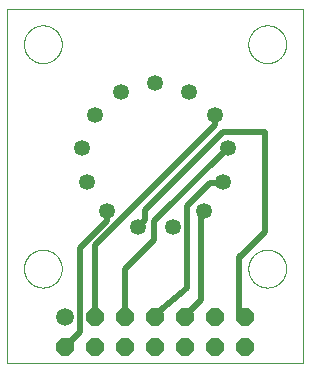
<source format=gbl>
G75*
%MOIN*%
%OFA0B0*%
%FSLAX25Y25*%
%IPPOS*%
%LPD*%
%AMOC8*
5,1,8,0,0,1.08239X$1,22.5*
%
%ADD10C,0.00000*%
%ADD11C,0.05307*%
%ADD12C,0.05937*%
%ADD13OC8,0.05937*%
%ADD14C,0.02000*%
D10*
X0001000Y0010264D02*
X0001000Y0128374D01*
X0099425Y0128374D01*
X0099425Y0010264D01*
X0001000Y0010264D01*
X0006512Y0041760D02*
X0006514Y0041918D01*
X0006520Y0042076D01*
X0006530Y0042234D01*
X0006544Y0042392D01*
X0006562Y0042549D01*
X0006583Y0042706D01*
X0006609Y0042862D01*
X0006639Y0043018D01*
X0006672Y0043173D01*
X0006710Y0043326D01*
X0006751Y0043479D01*
X0006796Y0043631D01*
X0006845Y0043782D01*
X0006898Y0043931D01*
X0006954Y0044079D01*
X0007014Y0044225D01*
X0007078Y0044370D01*
X0007146Y0044513D01*
X0007217Y0044655D01*
X0007291Y0044795D01*
X0007369Y0044932D01*
X0007451Y0045068D01*
X0007535Y0045202D01*
X0007624Y0045333D01*
X0007715Y0045462D01*
X0007810Y0045589D01*
X0007907Y0045714D01*
X0008008Y0045836D01*
X0008112Y0045955D01*
X0008219Y0046072D01*
X0008329Y0046186D01*
X0008442Y0046297D01*
X0008557Y0046406D01*
X0008675Y0046511D01*
X0008796Y0046613D01*
X0008919Y0046713D01*
X0009045Y0046809D01*
X0009173Y0046902D01*
X0009303Y0046992D01*
X0009436Y0047078D01*
X0009571Y0047162D01*
X0009707Y0047241D01*
X0009846Y0047318D01*
X0009987Y0047390D01*
X0010129Y0047460D01*
X0010273Y0047525D01*
X0010419Y0047587D01*
X0010566Y0047645D01*
X0010715Y0047700D01*
X0010865Y0047751D01*
X0011016Y0047798D01*
X0011168Y0047841D01*
X0011321Y0047880D01*
X0011476Y0047916D01*
X0011631Y0047947D01*
X0011787Y0047975D01*
X0011943Y0047999D01*
X0012100Y0048019D01*
X0012258Y0048035D01*
X0012415Y0048047D01*
X0012574Y0048055D01*
X0012732Y0048059D01*
X0012890Y0048059D01*
X0013048Y0048055D01*
X0013207Y0048047D01*
X0013364Y0048035D01*
X0013522Y0048019D01*
X0013679Y0047999D01*
X0013835Y0047975D01*
X0013991Y0047947D01*
X0014146Y0047916D01*
X0014301Y0047880D01*
X0014454Y0047841D01*
X0014606Y0047798D01*
X0014757Y0047751D01*
X0014907Y0047700D01*
X0015056Y0047645D01*
X0015203Y0047587D01*
X0015349Y0047525D01*
X0015493Y0047460D01*
X0015635Y0047390D01*
X0015776Y0047318D01*
X0015915Y0047241D01*
X0016051Y0047162D01*
X0016186Y0047078D01*
X0016319Y0046992D01*
X0016449Y0046902D01*
X0016577Y0046809D01*
X0016703Y0046713D01*
X0016826Y0046613D01*
X0016947Y0046511D01*
X0017065Y0046406D01*
X0017180Y0046297D01*
X0017293Y0046186D01*
X0017403Y0046072D01*
X0017510Y0045955D01*
X0017614Y0045836D01*
X0017715Y0045714D01*
X0017812Y0045589D01*
X0017907Y0045462D01*
X0017998Y0045333D01*
X0018087Y0045202D01*
X0018171Y0045068D01*
X0018253Y0044932D01*
X0018331Y0044795D01*
X0018405Y0044655D01*
X0018476Y0044513D01*
X0018544Y0044370D01*
X0018608Y0044225D01*
X0018668Y0044079D01*
X0018724Y0043931D01*
X0018777Y0043782D01*
X0018826Y0043631D01*
X0018871Y0043479D01*
X0018912Y0043326D01*
X0018950Y0043173D01*
X0018983Y0043018D01*
X0019013Y0042862D01*
X0019039Y0042706D01*
X0019060Y0042549D01*
X0019078Y0042392D01*
X0019092Y0042234D01*
X0019102Y0042076D01*
X0019108Y0041918D01*
X0019110Y0041760D01*
X0019108Y0041602D01*
X0019102Y0041444D01*
X0019092Y0041286D01*
X0019078Y0041128D01*
X0019060Y0040971D01*
X0019039Y0040814D01*
X0019013Y0040658D01*
X0018983Y0040502D01*
X0018950Y0040347D01*
X0018912Y0040194D01*
X0018871Y0040041D01*
X0018826Y0039889D01*
X0018777Y0039738D01*
X0018724Y0039589D01*
X0018668Y0039441D01*
X0018608Y0039295D01*
X0018544Y0039150D01*
X0018476Y0039007D01*
X0018405Y0038865D01*
X0018331Y0038725D01*
X0018253Y0038588D01*
X0018171Y0038452D01*
X0018087Y0038318D01*
X0017998Y0038187D01*
X0017907Y0038058D01*
X0017812Y0037931D01*
X0017715Y0037806D01*
X0017614Y0037684D01*
X0017510Y0037565D01*
X0017403Y0037448D01*
X0017293Y0037334D01*
X0017180Y0037223D01*
X0017065Y0037114D01*
X0016947Y0037009D01*
X0016826Y0036907D01*
X0016703Y0036807D01*
X0016577Y0036711D01*
X0016449Y0036618D01*
X0016319Y0036528D01*
X0016186Y0036442D01*
X0016051Y0036358D01*
X0015915Y0036279D01*
X0015776Y0036202D01*
X0015635Y0036130D01*
X0015493Y0036060D01*
X0015349Y0035995D01*
X0015203Y0035933D01*
X0015056Y0035875D01*
X0014907Y0035820D01*
X0014757Y0035769D01*
X0014606Y0035722D01*
X0014454Y0035679D01*
X0014301Y0035640D01*
X0014146Y0035604D01*
X0013991Y0035573D01*
X0013835Y0035545D01*
X0013679Y0035521D01*
X0013522Y0035501D01*
X0013364Y0035485D01*
X0013207Y0035473D01*
X0013048Y0035465D01*
X0012890Y0035461D01*
X0012732Y0035461D01*
X0012574Y0035465D01*
X0012415Y0035473D01*
X0012258Y0035485D01*
X0012100Y0035501D01*
X0011943Y0035521D01*
X0011787Y0035545D01*
X0011631Y0035573D01*
X0011476Y0035604D01*
X0011321Y0035640D01*
X0011168Y0035679D01*
X0011016Y0035722D01*
X0010865Y0035769D01*
X0010715Y0035820D01*
X0010566Y0035875D01*
X0010419Y0035933D01*
X0010273Y0035995D01*
X0010129Y0036060D01*
X0009987Y0036130D01*
X0009846Y0036202D01*
X0009707Y0036279D01*
X0009571Y0036358D01*
X0009436Y0036442D01*
X0009303Y0036528D01*
X0009173Y0036618D01*
X0009045Y0036711D01*
X0008919Y0036807D01*
X0008796Y0036907D01*
X0008675Y0037009D01*
X0008557Y0037114D01*
X0008442Y0037223D01*
X0008329Y0037334D01*
X0008219Y0037448D01*
X0008112Y0037565D01*
X0008008Y0037684D01*
X0007907Y0037806D01*
X0007810Y0037931D01*
X0007715Y0038058D01*
X0007624Y0038187D01*
X0007535Y0038318D01*
X0007451Y0038452D01*
X0007369Y0038588D01*
X0007291Y0038725D01*
X0007217Y0038865D01*
X0007146Y0039007D01*
X0007078Y0039150D01*
X0007014Y0039295D01*
X0006954Y0039441D01*
X0006898Y0039589D01*
X0006845Y0039738D01*
X0006796Y0039889D01*
X0006751Y0040041D01*
X0006710Y0040194D01*
X0006672Y0040347D01*
X0006639Y0040502D01*
X0006609Y0040658D01*
X0006583Y0040814D01*
X0006562Y0040971D01*
X0006544Y0041128D01*
X0006530Y0041286D01*
X0006520Y0041444D01*
X0006514Y0041602D01*
X0006512Y0041760D01*
X0006512Y0116563D02*
X0006514Y0116721D01*
X0006520Y0116879D01*
X0006530Y0117037D01*
X0006544Y0117195D01*
X0006562Y0117352D01*
X0006583Y0117509D01*
X0006609Y0117665D01*
X0006639Y0117821D01*
X0006672Y0117976D01*
X0006710Y0118129D01*
X0006751Y0118282D01*
X0006796Y0118434D01*
X0006845Y0118585D01*
X0006898Y0118734D01*
X0006954Y0118882D01*
X0007014Y0119028D01*
X0007078Y0119173D01*
X0007146Y0119316D01*
X0007217Y0119458D01*
X0007291Y0119598D01*
X0007369Y0119735D01*
X0007451Y0119871D01*
X0007535Y0120005D01*
X0007624Y0120136D01*
X0007715Y0120265D01*
X0007810Y0120392D01*
X0007907Y0120517D01*
X0008008Y0120639D01*
X0008112Y0120758D01*
X0008219Y0120875D01*
X0008329Y0120989D01*
X0008442Y0121100D01*
X0008557Y0121209D01*
X0008675Y0121314D01*
X0008796Y0121416D01*
X0008919Y0121516D01*
X0009045Y0121612D01*
X0009173Y0121705D01*
X0009303Y0121795D01*
X0009436Y0121881D01*
X0009571Y0121965D01*
X0009707Y0122044D01*
X0009846Y0122121D01*
X0009987Y0122193D01*
X0010129Y0122263D01*
X0010273Y0122328D01*
X0010419Y0122390D01*
X0010566Y0122448D01*
X0010715Y0122503D01*
X0010865Y0122554D01*
X0011016Y0122601D01*
X0011168Y0122644D01*
X0011321Y0122683D01*
X0011476Y0122719D01*
X0011631Y0122750D01*
X0011787Y0122778D01*
X0011943Y0122802D01*
X0012100Y0122822D01*
X0012258Y0122838D01*
X0012415Y0122850D01*
X0012574Y0122858D01*
X0012732Y0122862D01*
X0012890Y0122862D01*
X0013048Y0122858D01*
X0013207Y0122850D01*
X0013364Y0122838D01*
X0013522Y0122822D01*
X0013679Y0122802D01*
X0013835Y0122778D01*
X0013991Y0122750D01*
X0014146Y0122719D01*
X0014301Y0122683D01*
X0014454Y0122644D01*
X0014606Y0122601D01*
X0014757Y0122554D01*
X0014907Y0122503D01*
X0015056Y0122448D01*
X0015203Y0122390D01*
X0015349Y0122328D01*
X0015493Y0122263D01*
X0015635Y0122193D01*
X0015776Y0122121D01*
X0015915Y0122044D01*
X0016051Y0121965D01*
X0016186Y0121881D01*
X0016319Y0121795D01*
X0016449Y0121705D01*
X0016577Y0121612D01*
X0016703Y0121516D01*
X0016826Y0121416D01*
X0016947Y0121314D01*
X0017065Y0121209D01*
X0017180Y0121100D01*
X0017293Y0120989D01*
X0017403Y0120875D01*
X0017510Y0120758D01*
X0017614Y0120639D01*
X0017715Y0120517D01*
X0017812Y0120392D01*
X0017907Y0120265D01*
X0017998Y0120136D01*
X0018087Y0120005D01*
X0018171Y0119871D01*
X0018253Y0119735D01*
X0018331Y0119598D01*
X0018405Y0119458D01*
X0018476Y0119316D01*
X0018544Y0119173D01*
X0018608Y0119028D01*
X0018668Y0118882D01*
X0018724Y0118734D01*
X0018777Y0118585D01*
X0018826Y0118434D01*
X0018871Y0118282D01*
X0018912Y0118129D01*
X0018950Y0117976D01*
X0018983Y0117821D01*
X0019013Y0117665D01*
X0019039Y0117509D01*
X0019060Y0117352D01*
X0019078Y0117195D01*
X0019092Y0117037D01*
X0019102Y0116879D01*
X0019108Y0116721D01*
X0019110Y0116563D01*
X0019108Y0116405D01*
X0019102Y0116247D01*
X0019092Y0116089D01*
X0019078Y0115931D01*
X0019060Y0115774D01*
X0019039Y0115617D01*
X0019013Y0115461D01*
X0018983Y0115305D01*
X0018950Y0115150D01*
X0018912Y0114997D01*
X0018871Y0114844D01*
X0018826Y0114692D01*
X0018777Y0114541D01*
X0018724Y0114392D01*
X0018668Y0114244D01*
X0018608Y0114098D01*
X0018544Y0113953D01*
X0018476Y0113810D01*
X0018405Y0113668D01*
X0018331Y0113528D01*
X0018253Y0113391D01*
X0018171Y0113255D01*
X0018087Y0113121D01*
X0017998Y0112990D01*
X0017907Y0112861D01*
X0017812Y0112734D01*
X0017715Y0112609D01*
X0017614Y0112487D01*
X0017510Y0112368D01*
X0017403Y0112251D01*
X0017293Y0112137D01*
X0017180Y0112026D01*
X0017065Y0111917D01*
X0016947Y0111812D01*
X0016826Y0111710D01*
X0016703Y0111610D01*
X0016577Y0111514D01*
X0016449Y0111421D01*
X0016319Y0111331D01*
X0016186Y0111245D01*
X0016051Y0111161D01*
X0015915Y0111082D01*
X0015776Y0111005D01*
X0015635Y0110933D01*
X0015493Y0110863D01*
X0015349Y0110798D01*
X0015203Y0110736D01*
X0015056Y0110678D01*
X0014907Y0110623D01*
X0014757Y0110572D01*
X0014606Y0110525D01*
X0014454Y0110482D01*
X0014301Y0110443D01*
X0014146Y0110407D01*
X0013991Y0110376D01*
X0013835Y0110348D01*
X0013679Y0110324D01*
X0013522Y0110304D01*
X0013364Y0110288D01*
X0013207Y0110276D01*
X0013048Y0110268D01*
X0012890Y0110264D01*
X0012732Y0110264D01*
X0012574Y0110268D01*
X0012415Y0110276D01*
X0012258Y0110288D01*
X0012100Y0110304D01*
X0011943Y0110324D01*
X0011787Y0110348D01*
X0011631Y0110376D01*
X0011476Y0110407D01*
X0011321Y0110443D01*
X0011168Y0110482D01*
X0011016Y0110525D01*
X0010865Y0110572D01*
X0010715Y0110623D01*
X0010566Y0110678D01*
X0010419Y0110736D01*
X0010273Y0110798D01*
X0010129Y0110863D01*
X0009987Y0110933D01*
X0009846Y0111005D01*
X0009707Y0111082D01*
X0009571Y0111161D01*
X0009436Y0111245D01*
X0009303Y0111331D01*
X0009173Y0111421D01*
X0009045Y0111514D01*
X0008919Y0111610D01*
X0008796Y0111710D01*
X0008675Y0111812D01*
X0008557Y0111917D01*
X0008442Y0112026D01*
X0008329Y0112137D01*
X0008219Y0112251D01*
X0008112Y0112368D01*
X0008008Y0112487D01*
X0007907Y0112609D01*
X0007810Y0112734D01*
X0007715Y0112861D01*
X0007624Y0112990D01*
X0007535Y0113121D01*
X0007451Y0113255D01*
X0007369Y0113391D01*
X0007291Y0113528D01*
X0007217Y0113668D01*
X0007146Y0113810D01*
X0007078Y0113953D01*
X0007014Y0114098D01*
X0006954Y0114244D01*
X0006898Y0114392D01*
X0006845Y0114541D01*
X0006796Y0114692D01*
X0006751Y0114844D01*
X0006710Y0114997D01*
X0006672Y0115150D01*
X0006639Y0115305D01*
X0006609Y0115461D01*
X0006583Y0115617D01*
X0006562Y0115774D01*
X0006544Y0115931D01*
X0006530Y0116089D01*
X0006520Y0116247D01*
X0006514Y0116405D01*
X0006512Y0116563D01*
X0081315Y0116563D02*
X0081317Y0116721D01*
X0081323Y0116879D01*
X0081333Y0117037D01*
X0081347Y0117195D01*
X0081365Y0117352D01*
X0081386Y0117509D01*
X0081412Y0117665D01*
X0081442Y0117821D01*
X0081475Y0117976D01*
X0081513Y0118129D01*
X0081554Y0118282D01*
X0081599Y0118434D01*
X0081648Y0118585D01*
X0081701Y0118734D01*
X0081757Y0118882D01*
X0081817Y0119028D01*
X0081881Y0119173D01*
X0081949Y0119316D01*
X0082020Y0119458D01*
X0082094Y0119598D01*
X0082172Y0119735D01*
X0082254Y0119871D01*
X0082338Y0120005D01*
X0082427Y0120136D01*
X0082518Y0120265D01*
X0082613Y0120392D01*
X0082710Y0120517D01*
X0082811Y0120639D01*
X0082915Y0120758D01*
X0083022Y0120875D01*
X0083132Y0120989D01*
X0083245Y0121100D01*
X0083360Y0121209D01*
X0083478Y0121314D01*
X0083599Y0121416D01*
X0083722Y0121516D01*
X0083848Y0121612D01*
X0083976Y0121705D01*
X0084106Y0121795D01*
X0084239Y0121881D01*
X0084374Y0121965D01*
X0084510Y0122044D01*
X0084649Y0122121D01*
X0084790Y0122193D01*
X0084932Y0122263D01*
X0085076Y0122328D01*
X0085222Y0122390D01*
X0085369Y0122448D01*
X0085518Y0122503D01*
X0085668Y0122554D01*
X0085819Y0122601D01*
X0085971Y0122644D01*
X0086124Y0122683D01*
X0086279Y0122719D01*
X0086434Y0122750D01*
X0086590Y0122778D01*
X0086746Y0122802D01*
X0086903Y0122822D01*
X0087061Y0122838D01*
X0087218Y0122850D01*
X0087377Y0122858D01*
X0087535Y0122862D01*
X0087693Y0122862D01*
X0087851Y0122858D01*
X0088010Y0122850D01*
X0088167Y0122838D01*
X0088325Y0122822D01*
X0088482Y0122802D01*
X0088638Y0122778D01*
X0088794Y0122750D01*
X0088949Y0122719D01*
X0089104Y0122683D01*
X0089257Y0122644D01*
X0089409Y0122601D01*
X0089560Y0122554D01*
X0089710Y0122503D01*
X0089859Y0122448D01*
X0090006Y0122390D01*
X0090152Y0122328D01*
X0090296Y0122263D01*
X0090438Y0122193D01*
X0090579Y0122121D01*
X0090718Y0122044D01*
X0090854Y0121965D01*
X0090989Y0121881D01*
X0091122Y0121795D01*
X0091252Y0121705D01*
X0091380Y0121612D01*
X0091506Y0121516D01*
X0091629Y0121416D01*
X0091750Y0121314D01*
X0091868Y0121209D01*
X0091983Y0121100D01*
X0092096Y0120989D01*
X0092206Y0120875D01*
X0092313Y0120758D01*
X0092417Y0120639D01*
X0092518Y0120517D01*
X0092615Y0120392D01*
X0092710Y0120265D01*
X0092801Y0120136D01*
X0092890Y0120005D01*
X0092974Y0119871D01*
X0093056Y0119735D01*
X0093134Y0119598D01*
X0093208Y0119458D01*
X0093279Y0119316D01*
X0093347Y0119173D01*
X0093411Y0119028D01*
X0093471Y0118882D01*
X0093527Y0118734D01*
X0093580Y0118585D01*
X0093629Y0118434D01*
X0093674Y0118282D01*
X0093715Y0118129D01*
X0093753Y0117976D01*
X0093786Y0117821D01*
X0093816Y0117665D01*
X0093842Y0117509D01*
X0093863Y0117352D01*
X0093881Y0117195D01*
X0093895Y0117037D01*
X0093905Y0116879D01*
X0093911Y0116721D01*
X0093913Y0116563D01*
X0093911Y0116405D01*
X0093905Y0116247D01*
X0093895Y0116089D01*
X0093881Y0115931D01*
X0093863Y0115774D01*
X0093842Y0115617D01*
X0093816Y0115461D01*
X0093786Y0115305D01*
X0093753Y0115150D01*
X0093715Y0114997D01*
X0093674Y0114844D01*
X0093629Y0114692D01*
X0093580Y0114541D01*
X0093527Y0114392D01*
X0093471Y0114244D01*
X0093411Y0114098D01*
X0093347Y0113953D01*
X0093279Y0113810D01*
X0093208Y0113668D01*
X0093134Y0113528D01*
X0093056Y0113391D01*
X0092974Y0113255D01*
X0092890Y0113121D01*
X0092801Y0112990D01*
X0092710Y0112861D01*
X0092615Y0112734D01*
X0092518Y0112609D01*
X0092417Y0112487D01*
X0092313Y0112368D01*
X0092206Y0112251D01*
X0092096Y0112137D01*
X0091983Y0112026D01*
X0091868Y0111917D01*
X0091750Y0111812D01*
X0091629Y0111710D01*
X0091506Y0111610D01*
X0091380Y0111514D01*
X0091252Y0111421D01*
X0091122Y0111331D01*
X0090989Y0111245D01*
X0090854Y0111161D01*
X0090718Y0111082D01*
X0090579Y0111005D01*
X0090438Y0110933D01*
X0090296Y0110863D01*
X0090152Y0110798D01*
X0090006Y0110736D01*
X0089859Y0110678D01*
X0089710Y0110623D01*
X0089560Y0110572D01*
X0089409Y0110525D01*
X0089257Y0110482D01*
X0089104Y0110443D01*
X0088949Y0110407D01*
X0088794Y0110376D01*
X0088638Y0110348D01*
X0088482Y0110324D01*
X0088325Y0110304D01*
X0088167Y0110288D01*
X0088010Y0110276D01*
X0087851Y0110268D01*
X0087693Y0110264D01*
X0087535Y0110264D01*
X0087377Y0110268D01*
X0087218Y0110276D01*
X0087061Y0110288D01*
X0086903Y0110304D01*
X0086746Y0110324D01*
X0086590Y0110348D01*
X0086434Y0110376D01*
X0086279Y0110407D01*
X0086124Y0110443D01*
X0085971Y0110482D01*
X0085819Y0110525D01*
X0085668Y0110572D01*
X0085518Y0110623D01*
X0085369Y0110678D01*
X0085222Y0110736D01*
X0085076Y0110798D01*
X0084932Y0110863D01*
X0084790Y0110933D01*
X0084649Y0111005D01*
X0084510Y0111082D01*
X0084374Y0111161D01*
X0084239Y0111245D01*
X0084106Y0111331D01*
X0083976Y0111421D01*
X0083848Y0111514D01*
X0083722Y0111610D01*
X0083599Y0111710D01*
X0083478Y0111812D01*
X0083360Y0111917D01*
X0083245Y0112026D01*
X0083132Y0112137D01*
X0083022Y0112251D01*
X0082915Y0112368D01*
X0082811Y0112487D01*
X0082710Y0112609D01*
X0082613Y0112734D01*
X0082518Y0112861D01*
X0082427Y0112990D01*
X0082338Y0113121D01*
X0082254Y0113255D01*
X0082172Y0113391D01*
X0082094Y0113528D01*
X0082020Y0113668D01*
X0081949Y0113810D01*
X0081881Y0113953D01*
X0081817Y0114098D01*
X0081757Y0114244D01*
X0081701Y0114392D01*
X0081648Y0114541D01*
X0081599Y0114692D01*
X0081554Y0114844D01*
X0081513Y0114997D01*
X0081475Y0115150D01*
X0081442Y0115305D01*
X0081412Y0115461D01*
X0081386Y0115617D01*
X0081365Y0115774D01*
X0081347Y0115931D01*
X0081333Y0116089D01*
X0081323Y0116247D01*
X0081317Y0116405D01*
X0081315Y0116563D01*
X0081315Y0041760D02*
X0081317Y0041918D01*
X0081323Y0042076D01*
X0081333Y0042234D01*
X0081347Y0042392D01*
X0081365Y0042549D01*
X0081386Y0042706D01*
X0081412Y0042862D01*
X0081442Y0043018D01*
X0081475Y0043173D01*
X0081513Y0043326D01*
X0081554Y0043479D01*
X0081599Y0043631D01*
X0081648Y0043782D01*
X0081701Y0043931D01*
X0081757Y0044079D01*
X0081817Y0044225D01*
X0081881Y0044370D01*
X0081949Y0044513D01*
X0082020Y0044655D01*
X0082094Y0044795D01*
X0082172Y0044932D01*
X0082254Y0045068D01*
X0082338Y0045202D01*
X0082427Y0045333D01*
X0082518Y0045462D01*
X0082613Y0045589D01*
X0082710Y0045714D01*
X0082811Y0045836D01*
X0082915Y0045955D01*
X0083022Y0046072D01*
X0083132Y0046186D01*
X0083245Y0046297D01*
X0083360Y0046406D01*
X0083478Y0046511D01*
X0083599Y0046613D01*
X0083722Y0046713D01*
X0083848Y0046809D01*
X0083976Y0046902D01*
X0084106Y0046992D01*
X0084239Y0047078D01*
X0084374Y0047162D01*
X0084510Y0047241D01*
X0084649Y0047318D01*
X0084790Y0047390D01*
X0084932Y0047460D01*
X0085076Y0047525D01*
X0085222Y0047587D01*
X0085369Y0047645D01*
X0085518Y0047700D01*
X0085668Y0047751D01*
X0085819Y0047798D01*
X0085971Y0047841D01*
X0086124Y0047880D01*
X0086279Y0047916D01*
X0086434Y0047947D01*
X0086590Y0047975D01*
X0086746Y0047999D01*
X0086903Y0048019D01*
X0087061Y0048035D01*
X0087218Y0048047D01*
X0087377Y0048055D01*
X0087535Y0048059D01*
X0087693Y0048059D01*
X0087851Y0048055D01*
X0088010Y0048047D01*
X0088167Y0048035D01*
X0088325Y0048019D01*
X0088482Y0047999D01*
X0088638Y0047975D01*
X0088794Y0047947D01*
X0088949Y0047916D01*
X0089104Y0047880D01*
X0089257Y0047841D01*
X0089409Y0047798D01*
X0089560Y0047751D01*
X0089710Y0047700D01*
X0089859Y0047645D01*
X0090006Y0047587D01*
X0090152Y0047525D01*
X0090296Y0047460D01*
X0090438Y0047390D01*
X0090579Y0047318D01*
X0090718Y0047241D01*
X0090854Y0047162D01*
X0090989Y0047078D01*
X0091122Y0046992D01*
X0091252Y0046902D01*
X0091380Y0046809D01*
X0091506Y0046713D01*
X0091629Y0046613D01*
X0091750Y0046511D01*
X0091868Y0046406D01*
X0091983Y0046297D01*
X0092096Y0046186D01*
X0092206Y0046072D01*
X0092313Y0045955D01*
X0092417Y0045836D01*
X0092518Y0045714D01*
X0092615Y0045589D01*
X0092710Y0045462D01*
X0092801Y0045333D01*
X0092890Y0045202D01*
X0092974Y0045068D01*
X0093056Y0044932D01*
X0093134Y0044795D01*
X0093208Y0044655D01*
X0093279Y0044513D01*
X0093347Y0044370D01*
X0093411Y0044225D01*
X0093471Y0044079D01*
X0093527Y0043931D01*
X0093580Y0043782D01*
X0093629Y0043631D01*
X0093674Y0043479D01*
X0093715Y0043326D01*
X0093753Y0043173D01*
X0093786Y0043018D01*
X0093816Y0042862D01*
X0093842Y0042706D01*
X0093863Y0042549D01*
X0093881Y0042392D01*
X0093895Y0042234D01*
X0093905Y0042076D01*
X0093911Y0041918D01*
X0093913Y0041760D01*
X0093911Y0041602D01*
X0093905Y0041444D01*
X0093895Y0041286D01*
X0093881Y0041128D01*
X0093863Y0040971D01*
X0093842Y0040814D01*
X0093816Y0040658D01*
X0093786Y0040502D01*
X0093753Y0040347D01*
X0093715Y0040194D01*
X0093674Y0040041D01*
X0093629Y0039889D01*
X0093580Y0039738D01*
X0093527Y0039589D01*
X0093471Y0039441D01*
X0093411Y0039295D01*
X0093347Y0039150D01*
X0093279Y0039007D01*
X0093208Y0038865D01*
X0093134Y0038725D01*
X0093056Y0038588D01*
X0092974Y0038452D01*
X0092890Y0038318D01*
X0092801Y0038187D01*
X0092710Y0038058D01*
X0092615Y0037931D01*
X0092518Y0037806D01*
X0092417Y0037684D01*
X0092313Y0037565D01*
X0092206Y0037448D01*
X0092096Y0037334D01*
X0091983Y0037223D01*
X0091868Y0037114D01*
X0091750Y0037009D01*
X0091629Y0036907D01*
X0091506Y0036807D01*
X0091380Y0036711D01*
X0091252Y0036618D01*
X0091122Y0036528D01*
X0090989Y0036442D01*
X0090854Y0036358D01*
X0090718Y0036279D01*
X0090579Y0036202D01*
X0090438Y0036130D01*
X0090296Y0036060D01*
X0090152Y0035995D01*
X0090006Y0035933D01*
X0089859Y0035875D01*
X0089710Y0035820D01*
X0089560Y0035769D01*
X0089409Y0035722D01*
X0089257Y0035679D01*
X0089104Y0035640D01*
X0088949Y0035604D01*
X0088794Y0035573D01*
X0088638Y0035545D01*
X0088482Y0035521D01*
X0088325Y0035501D01*
X0088167Y0035485D01*
X0088010Y0035473D01*
X0087851Y0035465D01*
X0087693Y0035461D01*
X0087535Y0035461D01*
X0087377Y0035465D01*
X0087218Y0035473D01*
X0087061Y0035485D01*
X0086903Y0035501D01*
X0086746Y0035521D01*
X0086590Y0035545D01*
X0086434Y0035573D01*
X0086279Y0035604D01*
X0086124Y0035640D01*
X0085971Y0035679D01*
X0085819Y0035722D01*
X0085668Y0035769D01*
X0085518Y0035820D01*
X0085369Y0035875D01*
X0085222Y0035933D01*
X0085076Y0035995D01*
X0084932Y0036060D01*
X0084790Y0036130D01*
X0084649Y0036202D01*
X0084510Y0036279D01*
X0084374Y0036358D01*
X0084239Y0036442D01*
X0084106Y0036528D01*
X0083976Y0036618D01*
X0083848Y0036711D01*
X0083722Y0036807D01*
X0083599Y0036907D01*
X0083478Y0037009D01*
X0083360Y0037114D01*
X0083245Y0037223D01*
X0083132Y0037334D01*
X0083022Y0037448D01*
X0082915Y0037565D01*
X0082811Y0037684D01*
X0082710Y0037806D01*
X0082613Y0037931D01*
X0082518Y0038058D01*
X0082427Y0038187D01*
X0082338Y0038318D01*
X0082254Y0038452D01*
X0082172Y0038588D01*
X0082094Y0038725D01*
X0082020Y0038865D01*
X0081949Y0039007D01*
X0081881Y0039150D01*
X0081817Y0039295D01*
X0081757Y0039441D01*
X0081701Y0039589D01*
X0081648Y0039738D01*
X0081599Y0039889D01*
X0081554Y0040041D01*
X0081513Y0040194D01*
X0081475Y0040347D01*
X0081442Y0040502D01*
X0081412Y0040658D01*
X0081386Y0040814D01*
X0081365Y0040971D01*
X0081347Y0041128D01*
X0081333Y0041286D01*
X0081323Y0041444D01*
X0081317Y0041602D01*
X0081315Y0041760D01*
D11*
X0066373Y0060920D03*
X0072999Y0070520D03*
X0074405Y0082099D03*
X0070269Y0093005D03*
X0061538Y0100740D03*
X0050213Y0103531D03*
X0038887Y0100740D03*
X0030157Y0093005D03*
X0026020Y0082099D03*
X0027426Y0070520D03*
X0034052Y0060920D03*
X0044381Y0055500D03*
X0056044Y0055500D03*
D12*
X0020213Y0025500D03*
D13*
X0020213Y0015500D03*
X0030213Y0015500D03*
X0030213Y0025500D03*
X0040213Y0025500D03*
X0040213Y0015500D03*
X0050213Y0015500D03*
X0050213Y0025500D03*
X0060213Y0025500D03*
X0060213Y0015500D03*
X0070213Y0015500D03*
X0070213Y0025500D03*
X0080213Y0025500D03*
X0080213Y0015500D03*
D14*
X0080213Y0025500D02*
X0078315Y0027398D01*
X0078315Y0045264D01*
X0087000Y0053949D01*
X0087000Y0087264D01*
X0072989Y0087264D01*
X0047000Y0061275D01*
X0047000Y0058119D01*
X0044381Y0055500D01*
X0050000Y0057694D02*
X0050000Y0051264D01*
X0040213Y0041476D01*
X0040213Y0025500D01*
X0050213Y0025500D02*
X0050500Y0026764D01*
X0061000Y0035264D01*
X0061000Y0062764D01*
X0068500Y0070264D01*
X0071500Y0070264D01*
X0072999Y0070520D01*
X0066373Y0060920D02*
X0065500Y0059764D01*
X0065500Y0031264D01*
X0061000Y0026764D01*
X0060213Y0025500D01*
X0078315Y0045264D02*
X0078315Y0045612D01*
X0079000Y0046297D01*
X0050000Y0057694D02*
X0074405Y0082099D01*
X0070269Y0089532D02*
X0030213Y0049476D01*
X0030213Y0025500D01*
X0025244Y0020531D02*
X0025244Y0048751D01*
X0034052Y0057559D01*
X0034052Y0060920D01*
X0025244Y0020531D02*
X0020213Y0015500D01*
X0070269Y0089532D02*
X0070269Y0093005D01*
M02*

</source>
